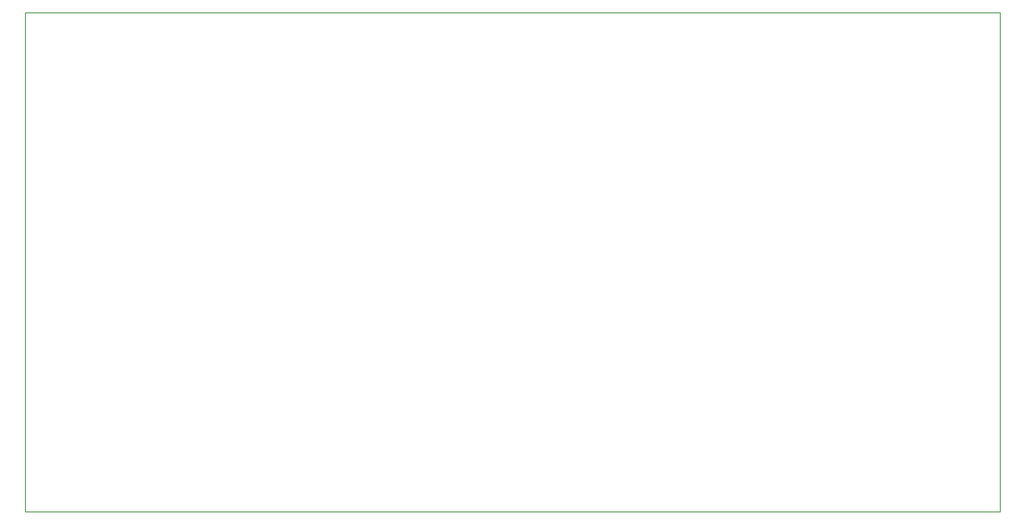
<source format=gbr>
G04 #@! TF.GenerationSoftware,KiCad,Pcbnew,(5.1.2-1)-1*
G04 #@! TF.CreationDate,2019-08-12T18:50:58+10:00*
G04 #@! TF.ProjectId,SmallPCB,536d616c-6c50-4434-922e-6b696361645f,rev?*
G04 #@! TF.SameCoordinates,Original*
G04 #@! TF.FileFunction,Profile,NP*
%FSLAX46Y46*%
G04 Gerber Fmt 4.6, Leading zero omitted, Abs format (unit mm)*
G04 Created by KiCad (PCBNEW (5.1.2-1)-1) date 2019-08-12 18:50:58*
%MOMM*%
%LPD*%
G04 APERTURE LIST*
%ADD10C,0.050000*%
G04 APERTURE END LIST*
D10*
X46990000Y-90170000D02*
X46990000Y-39370000D01*
X146050000Y-90170000D02*
X46990000Y-90170000D01*
X146050000Y-39370000D02*
X146050000Y-90170000D01*
X46990000Y-39370000D02*
X146050000Y-39370000D01*
M02*

</source>
